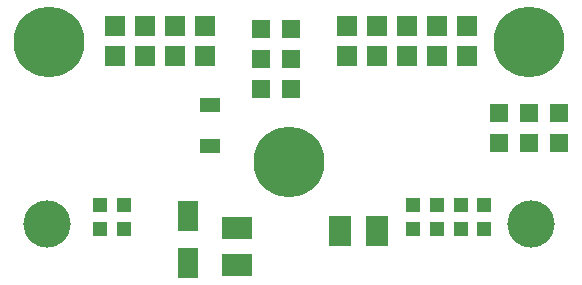
<source format=gbr>
G04 #@! TF.FileFunction,Soldermask,Bot*
%FSLAX46Y46*%
G04 Gerber Fmt 4.6, Leading zero omitted, Abs format (unit mm)*
G04 Created by KiCad (PCBNEW 0.201503110816+5502~22~ubuntu14.10.1-product) date St 11. březen 2015, 18:04:12 CET*
%MOMM*%
G01*
G04 APERTURE LIST*
%ADD10C,0.100000*%
%ADD11R,1.300000X1.300000*%
%ADD12R,1.950720X2.499360*%
%ADD13R,1.651000X1.651000*%
%ADD14C,6.000000*%
%ADD15C,4.000000*%
%ADD16R,1.800860X2.499360*%
%ADD17R,1.699260X1.300480*%
%ADD18R,2.499360X1.950720*%
%ADD19R,1.524000X1.524000*%
G04 APERTURE END LIST*
D10*
D11*
X143316600Y-55949800D03*
X143316600Y-53949800D03*
X145316600Y-55949800D03*
X145316600Y-53949800D03*
X147316600Y-55949800D03*
X147316600Y-53949800D03*
X149316600Y-55949800D03*
X149316600Y-53949800D03*
D12*
X137134600Y-56108600D03*
X140233400Y-56108600D03*
D13*
X137668000Y-41275000D03*
X137668000Y-38735000D03*
X142748000Y-41275000D03*
X142748000Y-38735000D03*
X147828000Y-41275000D03*
X147828000Y-38735000D03*
X140208000Y-41275000D03*
X140208000Y-38735000D03*
X145288000Y-41275000D03*
X145288000Y-38735000D03*
X118084600Y-41325800D03*
X118084600Y-38785800D03*
X120624600Y-41325800D03*
X120624600Y-38785800D03*
D11*
X116816600Y-53949800D03*
X118816600Y-53949800D03*
X116816600Y-55949800D03*
X118816600Y-55949800D03*
D13*
X125704600Y-41325800D03*
X125704600Y-38785800D03*
X123164600Y-41325800D03*
X123164600Y-38785800D03*
D14*
X153136600Y-40109800D03*
X112496600Y-40109800D03*
D15*
X153316600Y-55549800D03*
X112316600Y-55549800D03*
D14*
X132816600Y-50269800D03*
D16*
X124256800Y-54871620D03*
X124256800Y-58869580D03*
D17*
X126085600Y-48943260D03*
X126085600Y-45443140D03*
D18*
X128422400Y-55880000D03*
X128422400Y-58978800D03*
D19*
X155676600Y-46151800D03*
X155676600Y-48691800D03*
X153136600Y-46151800D03*
X153136600Y-48691800D03*
X150596600Y-46151800D03*
X150596600Y-48691800D03*
X132943600Y-44119800D03*
X130403600Y-44119800D03*
X132943600Y-41579800D03*
X130403600Y-41579800D03*
X132943600Y-39039800D03*
X130403600Y-39039800D03*
M02*

</source>
